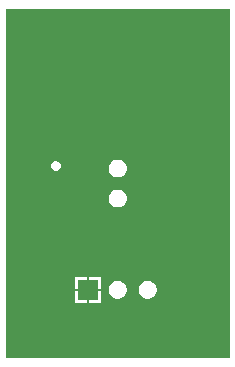
<source format=gbr>
%TF.GenerationSoftware,Altium Limited,Altium Designer,23.6.0 (18)*%
G04 Layer_Physical_Order=2*
G04 Layer_Color=36540*
%FSLAX45Y45*%
%MOMM*%
%TF.SameCoordinates,57B8E715-CDE8-4F81-9698-3B096703D57B*%
%TF.FilePolarity,Positive*%
%TF.FileFunction,Copper,L2,Inr,Signal*%
%TF.Part,Single*%
G01*
G75*
%TA.AperFunction,ComponentPad*%
%ADD19R,1.80000X1.80000*%
%TA.AperFunction,ViaPad*%
%ADD25C,0.60000*%
G36*
X949979Y2979608D02*
Y20391D01*
X-950021Y20390D01*
Y2979608D01*
X949979Y2979608D01*
D02*
G37*
%LPC*%
G36*
X-517043Y1690000D02*
X-532957D01*
X-547658Y1683910D01*
X-558910Y1672658D01*
X-565000Y1657957D01*
Y1642043D01*
X-558910Y1627342D01*
X-547658Y1616090D01*
X-532957Y1610000D01*
X-517043D01*
X-502342Y1616090D01*
X-491090Y1627342D01*
X-485000Y1642043D01*
Y1657957D01*
X-491090Y1672658D01*
X-502342Y1683910D01*
X-517043Y1690000D01*
D02*
G37*
G36*
X9979Y1702800D02*
X-9979D01*
X-29258Y1697634D01*
X-46542Y1687655D01*
X-60655Y1673542D01*
X-70634Y1656258D01*
X-75800Y1636979D01*
Y1617021D01*
X-70634Y1597742D01*
X-60655Y1580458D01*
X-46542Y1566345D01*
X-29258Y1556366D01*
X-9979Y1551200D01*
X9979D01*
X29258Y1556366D01*
X46542Y1566345D01*
X60655Y1580458D01*
X70634Y1597742D01*
X75800Y1617021D01*
Y1636979D01*
X70634Y1656258D01*
X60655Y1673542D01*
X46542Y1687655D01*
X29258Y1697634D01*
X9979Y1702800D01*
D02*
G37*
G36*
Y1448800D02*
X-9979D01*
X-29258Y1443634D01*
X-46542Y1433655D01*
X-60655Y1419542D01*
X-70634Y1402258D01*
X-75800Y1382979D01*
Y1363021D01*
X-70634Y1343742D01*
X-60655Y1326458D01*
X-46542Y1312345D01*
X-29258Y1302366D01*
X-9979Y1297200D01*
X9979D01*
X29258Y1302366D01*
X46542Y1312345D01*
X60655Y1326458D01*
X70634Y1343742D01*
X75800Y1363021D01*
Y1382979D01*
X70634Y1402258D01*
X60655Y1419542D01*
X46542Y1433655D01*
X29258Y1443634D01*
X9979Y1448800D01*
D02*
G37*
G36*
X-143680Y710320D02*
X-243850D01*
Y610150D01*
X-143680D01*
Y710320D01*
D02*
G37*
G36*
X-264150D02*
X-364320D01*
Y610150D01*
X-264150D01*
Y710320D01*
D02*
G37*
G36*
X264137Y677000D02*
X243863D01*
X224279Y671753D01*
X206721Y661615D01*
X192385Y647279D01*
X182248Y629721D01*
X177000Y610137D01*
Y589863D01*
X182248Y570279D01*
X192385Y552721D01*
X206721Y538385D01*
X224279Y528248D01*
X243863Y523000D01*
X264137D01*
X283721Y528248D01*
X301279Y538385D01*
X315615Y552721D01*
X325752Y570279D01*
X331000Y589863D01*
Y610137D01*
X325752Y629721D01*
X315615Y647279D01*
X301279Y661615D01*
X283721Y671753D01*
X264137Y677000D01*
D02*
G37*
G36*
X10137D02*
X-10137D01*
X-29721Y671753D01*
X-47279Y661615D01*
X-61615Y647279D01*
X-71752Y629721D01*
X-77000Y610137D01*
Y589863D01*
X-71752Y570279D01*
X-61615Y552721D01*
X-47279Y538385D01*
X-29721Y528248D01*
X-10137Y523000D01*
X10137D01*
X29721Y528248D01*
X47279Y538385D01*
X61615Y552721D01*
X71752Y570279D01*
X77000Y589863D01*
Y610137D01*
X71752Y629721D01*
X61615Y647279D01*
X47279Y661615D01*
X29721Y671753D01*
X10137Y677000D01*
D02*
G37*
G36*
X-143680Y589850D02*
X-243850D01*
Y489680D01*
X-143680D01*
Y589850D01*
D02*
G37*
G36*
X-264150D02*
X-364320D01*
Y489680D01*
X-264150D01*
Y589850D01*
D02*
G37*
%LPD*%
D19*
X-254000Y600000D02*
D03*
D25*
X-700000Y1000000D02*
D03*
X-520000Y1800000D02*
D03*
X-700000Y2030000D02*
D03*
X360000Y2240000D02*
D03*
X0Y2225000D02*
D03*
%TF.MD5,89ed5ea47f2528d3993594cf94e401a4*%
M02*

</source>
